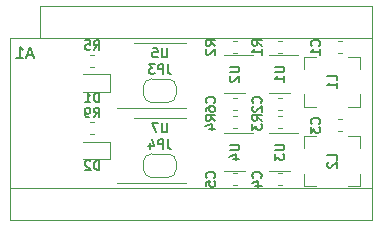
<source format=gbr>
G04 #@! TF.GenerationSoftware,KiCad,Pcbnew,5.1.5+dfsg1-2build2*
G04 #@! TF.CreationDate,2021-03-15T22:19:43+01:00*
G04 #@! TF.ProjectId,ProMicro_ANA,50726f4d-6963-4726-9f5f-414e412e6b69,v1.2*
G04 #@! TF.SameCoordinates,Original*
G04 #@! TF.FileFunction,Legend,Bot*
G04 #@! TF.FilePolarity,Positive*
%FSLAX46Y46*%
G04 Gerber Fmt 4.6, Leading zero omitted, Abs format (unit mm)*
G04 Created by KiCad*
%MOMM*%
%LPD*%
G04 APERTURE LIST*
%ADD10C,0.120000*%
%ADD11C,0.200000*%
G04 APERTURE END LIST*
D10*
X93280000Y-89265000D02*
X94680000Y-89265000D01*
X95380000Y-88565000D02*
X95380000Y-87965000D01*
X94680000Y-87265000D02*
X93280000Y-87265000D01*
X92580000Y-87965000D02*
X92580000Y-88565000D01*
X92580000Y-88565000D02*
G75*
G03X93280000Y-89265000I700000J0D01*
G01*
X93280000Y-87265000D02*
G75*
G03X92580000Y-87965000I0J-700000D01*
G01*
X95380000Y-87965000D02*
G75*
G03X94680000Y-87265000I-700000J0D01*
G01*
X94680000Y-89265000D02*
G75*
G03X95380000Y-88565000I0J700000D01*
G01*
X93280000Y-82915000D02*
X94680000Y-82915000D01*
X95380000Y-82215000D02*
X95380000Y-81615000D01*
X94680000Y-80915000D02*
X93280000Y-80915000D01*
X92580000Y-81615000D02*
X92580000Y-82215000D01*
X92580000Y-82215000D02*
G75*
G03X93280000Y-82915000I700000J0D01*
G01*
X93280000Y-80915000D02*
G75*
G03X92580000Y-81615000I0J-700000D01*
G01*
X95380000Y-81615000D02*
G75*
G03X94680000Y-80915000I-700000J0D01*
G01*
X94680000Y-82915000D02*
G75*
G03X95380000Y-82215000I0J700000D01*
G01*
X100492779Y-89918000D02*
X100167221Y-89918000D01*
X100492779Y-88898000D02*
X100167221Y-88898000D01*
X100492779Y-83568000D02*
X100167221Y-83568000D01*
X100492779Y-82548000D02*
X100167221Y-82548000D01*
X81280000Y-92860000D02*
X81280000Y-77470000D01*
X111910000Y-92860000D02*
X81280000Y-92860000D01*
X111910000Y-74780000D02*
X111910000Y-92860000D01*
X81280000Y-77470000D02*
X111910000Y-77470000D01*
X83820000Y-77470000D02*
X83820000Y-74780000D01*
X81280000Y-90170000D02*
X111910000Y-90170000D01*
X83820000Y-74780000D02*
X111910000Y-74780000D01*
X110970000Y-89994000D02*
X109945000Y-89994000D01*
X106200000Y-89994000D02*
X107225000Y-89994000D01*
X110970000Y-89994000D02*
X110970000Y-88969000D01*
X106200000Y-89994000D02*
X106200000Y-88969000D01*
X106200000Y-85774000D02*
X106200000Y-86799000D01*
X106200000Y-85774000D02*
X107225000Y-85774000D01*
X110970000Y-85774000D02*
X109945000Y-85774000D01*
X110970000Y-85774000D02*
X110970000Y-86799000D01*
X110970000Y-83263000D02*
X109945000Y-83263000D01*
X106200000Y-83263000D02*
X107225000Y-83263000D01*
X110970000Y-83263000D02*
X110970000Y-82238000D01*
X106200000Y-83263000D02*
X106200000Y-82238000D01*
X106200000Y-79043000D02*
X106200000Y-80068000D01*
X106200000Y-79043000D02*
X107225000Y-79043000D01*
X110970000Y-79043000D02*
X109945000Y-79043000D01*
X110970000Y-79043000D02*
X110970000Y-80068000D01*
X103977221Y-88898000D02*
X104302779Y-88898000D01*
X103977221Y-89918000D02*
X104302779Y-89918000D01*
X103977221Y-82548000D02*
X104302779Y-82548000D01*
X103977221Y-83568000D02*
X104302779Y-83568000D01*
X109057221Y-84326000D02*
X109382779Y-84326000D01*
X109057221Y-85346000D02*
X109382779Y-85346000D01*
X109057221Y-77722000D02*
X109382779Y-77722000D01*
X109057221Y-78742000D02*
X109382779Y-78742000D01*
X99430000Y-85512000D02*
X101880000Y-85512000D01*
X101230000Y-88732000D02*
X99430000Y-88732000D01*
X99430000Y-78908000D02*
X101880000Y-78908000D01*
X101230000Y-82128000D02*
X99430000Y-82128000D01*
X103240000Y-85512000D02*
X105690000Y-85512000D01*
X105040000Y-88732000D02*
X103240000Y-88732000D01*
X103240000Y-78908000D02*
X105690000Y-78908000D01*
X105040000Y-82128000D02*
X103240000Y-82128000D01*
X100167221Y-84072000D02*
X100492779Y-84072000D01*
X100167221Y-85092000D02*
X100492779Y-85092000D01*
X103977221Y-84072000D02*
X104302779Y-84072000D01*
X103977221Y-85092000D02*
X104302779Y-85092000D01*
X100167221Y-77722000D02*
X100492779Y-77722000D01*
X100167221Y-78742000D02*
X100492779Y-78742000D01*
X103977221Y-77722000D02*
X104302779Y-77722000D01*
X103977221Y-78742000D02*
X104302779Y-78742000D01*
X89750000Y-87730000D02*
X87465000Y-87730000D01*
X89750000Y-86260000D02*
X89750000Y-87730000D01*
X87465000Y-86260000D02*
X89750000Y-86260000D01*
X89750000Y-82015000D02*
X87465000Y-82015000D01*
X89750000Y-80545000D02*
X89750000Y-82015000D01*
X87465000Y-80545000D02*
X89750000Y-80545000D01*
X88102221Y-84580000D02*
X88427779Y-84580000D01*
X88102221Y-85600000D02*
X88427779Y-85600000D01*
X88102221Y-78865000D02*
X88427779Y-78865000D01*
X88102221Y-79885000D02*
X88427779Y-79885000D01*
X93980000Y-89730000D02*
X90380000Y-89730000D01*
X93980000Y-89730000D02*
X96180000Y-89730000D01*
X93980000Y-84260000D02*
X91780000Y-84260000D01*
X93980000Y-84260000D02*
X96180000Y-84260000D01*
X93980000Y-83380000D02*
X90380000Y-83380000D01*
X93980000Y-83380000D02*
X96180000Y-83380000D01*
X93980000Y-77910000D02*
X91780000Y-77910000D01*
X93980000Y-77910000D02*
X96180000Y-77910000D01*
D11*
X94646666Y-86048904D02*
X94646666Y-86620333D01*
X94684761Y-86734619D01*
X94760952Y-86810809D01*
X94875238Y-86848904D01*
X94951428Y-86848904D01*
X94265714Y-86848904D02*
X94265714Y-86048904D01*
X93960952Y-86048904D01*
X93884761Y-86087000D01*
X93846666Y-86125095D01*
X93808571Y-86201285D01*
X93808571Y-86315571D01*
X93846666Y-86391761D01*
X93884761Y-86429857D01*
X93960952Y-86467952D01*
X94265714Y-86467952D01*
X93122857Y-86315571D02*
X93122857Y-86848904D01*
X93313333Y-86010809D02*
X93503809Y-86582238D01*
X93008571Y-86582238D01*
X94646666Y-79698904D02*
X94646666Y-80270333D01*
X94684761Y-80384619D01*
X94760952Y-80460809D01*
X94875238Y-80498904D01*
X94951428Y-80498904D01*
X94265714Y-80498904D02*
X94265714Y-79698904D01*
X93960952Y-79698904D01*
X93884761Y-79737000D01*
X93846666Y-79775095D01*
X93808571Y-79851285D01*
X93808571Y-79965571D01*
X93846666Y-80041761D01*
X93884761Y-80079857D01*
X93960952Y-80117952D01*
X94265714Y-80117952D01*
X93541904Y-79698904D02*
X93046666Y-79698904D01*
X93313333Y-80003666D01*
X93199047Y-80003666D01*
X93122857Y-80041761D01*
X93084761Y-80079857D01*
X93046666Y-80156047D01*
X93046666Y-80346523D01*
X93084761Y-80422714D01*
X93122857Y-80460809D01*
X93199047Y-80498904D01*
X93427619Y-80498904D01*
X93503809Y-80460809D01*
X93541904Y-80422714D01*
X98583714Y-89274666D02*
X98621809Y-89236571D01*
X98659904Y-89122285D01*
X98659904Y-89046095D01*
X98621809Y-88931809D01*
X98545619Y-88855619D01*
X98469428Y-88817523D01*
X98317047Y-88779428D01*
X98202761Y-88779428D01*
X98050380Y-88817523D01*
X97974190Y-88855619D01*
X97898000Y-88931809D01*
X97859904Y-89046095D01*
X97859904Y-89122285D01*
X97898000Y-89236571D01*
X97936095Y-89274666D01*
X97859904Y-89998476D02*
X97859904Y-89617523D01*
X98240857Y-89579428D01*
X98202761Y-89617523D01*
X98164666Y-89693714D01*
X98164666Y-89884190D01*
X98202761Y-89960380D01*
X98240857Y-89998476D01*
X98317047Y-90036571D01*
X98507523Y-90036571D01*
X98583714Y-89998476D01*
X98621809Y-89960380D01*
X98659904Y-89884190D01*
X98659904Y-89693714D01*
X98621809Y-89617523D01*
X98583714Y-89579428D01*
X98583714Y-82924666D02*
X98621809Y-82886571D01*
X98659904Y-82772285D01*
X98659904Y-82696095D01*
X98621809Y-82581809D01*
X98545619Y-82505619D01*
X98469428Y-82467523D01*
X98317047Y-82429428D01*
X98202761Y-82429428D01*
X98050380Y-82467523D01*
X97974190Y-82505619D01*
X97898000Y-82581809D01*
X97859904Y-82696095D01*
X97859904Y-82772285D01*
X97898000Y-82886571D01*
X97936095Y-82924666D01*
X97859904Y-83610380D02*
X97859904Y-83458000D01*
X97898000Y-83381809D01*
X97936095Y-83343714D01*
X98050380Y-83267523D01*
X98202761Y-83229428D01*
X98507523Y-83229428D01*
X98583714Y-83267523D01*
X98621809Y-83305619D01*
X98659904Y-83381809D01*
X98659904Y-83534190D01*
X98621809Y-83610380D01*
X98583714Y-83648476D01*
X98507523Y-83686571D01*
X98317047Y-83686571D01*
X98240857Y-83648476D01*
X98202761Y-83610380D01*
X98164666Y-83534190D01*
X98164666Y-83381809D01*
X98202761Y-83305619D01*
X98240857Y-83267523D01*
X98317047Y-83229428D01*
X83264285Y-78906666D02*
X82788095Y-78906666D01*
X83359523Y-79192380D02*
X83026190Y-78192380D01*
X82692857Y-79192380D01*
X81835714Y-79192380D02*
X82407142Y-79192380D01*
X82121428Y-79192380D02*
X82121428Y-78192380D01*
X82216666Y-78335238D01*
X82311904Y-78430476D01*
X82407142Y-78478095D01*
X108946904Y-87750666D02*
X108946904Y-87369714D01*
X108146904Y-87369714D01*
X108223095Y-87979238D02*
X108185000Y-88017333D01*
X108146904Y-88093523D01*
X108146904Y-88284000D01*
X108185000Y-88360190D01*
X108223095Y-88398285D01*
X108299285Y-88436380D01*
X108375476Y-88436380D01*
X108489761Y-88398285D01*
X108946904Y-87941142D01*
X108946904Y-88436380D01*
X108946904Y-81019666D02*
X108946904Y-80638714D01*
X108146904Y-80638714D01*
X108946904Y-81705380D02*
X108946904Y-81248238D01*
X108946904Y-81476809D02*
X108146904Y-81476809D01*
X108261190Y-81400619D01*
X108337380Y-81324428D01*
X108375476Y-81248238D01*
X102520714Y-89274666D02*
X102558809Y-89236571D01*
X102596904Y-89122285D01*
X102596904Y-89046095D01*
X102558809Y-88931809D01*
X102482619Y-88855619D01*
X102406428Y-88817523D01*
X102254047Y-88779428D01*
X102139761Y-88779428D01*
X101987380Y-88817523D01*
X101911190Y-88855619D01*
X101835000Y-88931809D01*
X101796904Y-89046095D01*
X101796904Y-89122285D01*
X101835000Y-89236571D01*
X101873095Y-89274666D01*
X102063571Y-89960380D02*
X102596904Y-89960380D01*
X101758809Y-89769904D02*
X102330238Y-89579428D01*
X102330238Y-90074666D01*
X102520714Y-82924666D02*
X102558809Y-82886571D01*
X102596904Y-82772285D01*
X102596904Y-82696095D01*
X102558809Y-82581809D01*
X102482619Y-82505619D01*
X102406428Y-82467523D01*
X102254047Y-82429428D01*
X102139761Y-82429428D01*
X101987380Y-82467523D01*
X101911190Y-82505619D01*
X101835000Y-82581809D01*
X101796904Y-82696095D01*
X101796904Y-82772285D01*
X101835000Y-82886571D01*
X101873095Y-82924666D01*
X101873095Y-83229428D02*
X101835000Y-83267523D01*
X101796904Y-83343714D01*
X101796904Y-83534190D01*
X101835000Y-83610380D01*
X101873095Y-83648476D01*
X101949285Y-83686571D01*
X102025476Y-83686571D01*
X102139761Y-83648476D01*
X102596904Y-83191333D01*
X102596904Y-83686571D01*
X107473714Y-84702666D02*
X107511809Y-84664571D01*
X107549904Y-84550285D01*
X107549904Y-84474095D01*
X107511809Y-84359809D01*
X107435619Y-84283619D01*
X107359428Y-84245523D01*
X107207047Y-84207428D01*
X107092761Y-84207428D01*
X106940380Y-84245523D01*
X106864190Y-84283619D01*
X106788000Y-84359809D01*
X106749904Y-84474095D01*
X106749904Y-84550285D01*
X106788000Y-84664571D01*
X106826095Y-84702666D01*
X106749904Y-84969333D02*
X106749904Y-85464571D01*
X107054666Y-85197904D01*
X107054666Y-85312190D01*
X107092761Y-85388380D01*
X107130857Y-85426476D01*
X107207047Y-85464571D01*
X107397523Y-85464571D01*
X107473714Y-85426476D01*
X107511809Y-85388380D01*
X107549904Y-85312190D01*
X107549904Y-85083619D01*
X107511809Y-85007428D01*
X107473714Y-84969333D01*
X107473714Y-78098666D02*
X107511809Y-78060571D01*
X107549904Y-77946285D01*
X107549904Y-77870095D01*
X107511809Y-77755809D01*
X107435619Y-77679619D01*
X107359428Y-77641523D01*
X107207047Y-77603428D01*
X107092761Y-77603428D01*
X106940380Y-77641523D01*
X106864190Y-77679619D01*
X106788000Y-77755809D01*
X106749904Y-77870095D01*
X106749904Y-77946285D01*
X106788000Y-78060571D01*
X106826095Y-78098666D01*
X107549904Y-78860571D02*
X107549904Y-78403428D01*
X107549904Y-78632000D02*
X106749904Y-78632000D01*
X106864190Y-78555809D01*
X106940380Y-78479619D01*
X106978476Y-78403428D01*
X99891904Y-86512476D02*
X100539523Y-86512476D01*
X100615714Y-86550571D01*
X100653809Y-86588666D01*
X100691904Y-86664857D01*
X100691904Y-86817238D01*
X100653809Y-86893428D01*
X100615714Y-86931523D01*
X100539523Y-86969619D01*
X99891904Y-86969619D01*
X100158571Y-87693428D02*
X100691904Y-87693428D01*
X99853809Y-87502952D02*
X100425238Y-87312476D01*
X100425238Y-87807714D01*
X99891904Y-79908476D02*
X100539523Y-79908476D01*
X100615714Y-79946571D01*
X100653809Y-79984666D01*
X100691904Y-80060857D01*
X100691904Y-80213238D01*
X100653809Y-80289428D01*
X100615714Y-80327523D01*
X100539523Y-80365619D01*
X99891904Y-80365619D01*
X99968095Y-80708476D02*
X99930000Y-80746571D01*
X99891904Y-80822761D01*
X99891904Y-81013238D01*
X99930000Y-81089428D01*
X99968095Y-81127523D01*
X100044285Y-81165619D01*
X100120476Y-81165619D01*
X100234761Y-81127523D01*
X100691904Y-80670380D01*
X100691904Y-81165619D01*
X103701904Y-86512476D02*
X104349523Y-86512476D01*
X104425714Y-86550571D01*
X104463809Y-86588666D01*
X104501904Y-86664857D01*
X104501904Y-86817238D01*
X104463809Y-86893428D01*
X104425714Y-86931523D01*
X104349523Y-86969619D01*
X103701904Y-86969619D01*
X103701904Y-87274380D02*
X103701904Y-87769619D01*
X104006666Y-87502952D01*
X104006666Y-87617238D01*
X104044761Y-87693428D01*
X104082857Y-87731523D01*
X104159047Y-87769619D01*
X104349523Y-87769619D01*
X104425714Y-87731523D01*
X104463809Y-87693428D01*
X104501904Y-87617238D01*
X104501904Y-87388666D01*
X104463809Y-87312476D01*
X104425714Y-87274380D01*
X103701904Y-79908476D02*
X104349523Y-79908476D01*
X104425714Y-79946571D01*
X104463809Y-79984666D01*
X104501904Y-80060857D01*
X104501904Y-80213238D01*
X104463809Y-80289428D01*
X104425714Y-80327523D01*
X104349523Y-80365619D01*
X103701904Y-80365619D01*
X104501904Y-81165619D02*
X104501904Y-80708476D01*
X104501904Y-80937047D02*
X103701904Y-80937047D01*
X103816190Y-80860857D01*
X103892380Y-80784666D01*
X103930476Y-80708476D01*
X98659904Y-84448666D02*
X98278952Y-84182000D01*
X98659904Y-83991523D02*
X97859904Y-83991523D01*
X97859904Y-84296285D01*
X97898000Y-84372476D01*
X97936095Y-84410571D01*
X98012285Y-84448666D01*
X98126571Y-84448666D01*
X98202761Y-84410571D01*
X98240857Y-84372476D01*
X98278952Y-84296285D01*
X98278952Y-83991523D01*
X98126571Y-85134380D02*
X98659904Y-85134380D01*
X97821809Y-84943904D02*
X98393238Y-84753428D01*
X98393238Y-85248666D01*
X102596904Y-84448666D02*
X102215952Y-84182000D01*
X102596904Y-83991523D02*
X101796904Y-83991523D01*
X101796904Y-84296285D01*
X101835000Y-84372476D01*
X101873095Y-84410571D01*
X101949285Y-84448666D01*
X102063571Y-84448666D01*
X102139761Y-84410571D01*
X102177857Y-84372476D01*
X102215952Y-84296285D01*
X102215952Y-83991523D01*
X101796904Y-84715333D02*
X101796904Y-85210571D01*
X102101666Y-84943904D01*
X102101666Y-85058190D01*
X102139761Y-85134380D01*
X102177857Y-85172476D01*
X102254047Y-85210571D01*
X102444523Y-85210571D01*
X102520714Y-85172476D01*
X102558809Y-85134380D01*
X102596904Y-85058190D01*
X102596904Y-84829619D01*
X102558809Y-84753428D01*
X102520714Y-84715333D01*
X98659904Y-78098666D02*
X98278952Y-77832000D01*
X98659904Y-77641523D02*
X97859904Y-77641523D01*
X97859904Y-77946285D01*
X97898000Y-78022476D01*
X97936095Y-78060571D01*
X98012285Y-78098666D01*
X98126571Y-78098666D01*
X98202761Y-78060571D01*
X98240857Y-78022476D01*
X98278952Y-77946285D01*
X98278952Y-77641523D01*
X97936095Y-78403428D02*
X97898000Y-78441523D01*
X97859904Y-78517714D01*
X97859904Y-78708190D01*
X97898000Y-78784380D01*
X97936095Y-78822476D01*
X98012285Y-78860571D01*
X98088476Y-78860571D01*
X98202761Y-78822476D01*
X98659904Y-78365333D01*
X98659904Y-78860571D01*
X102596904Y-78098666D02*
X102215952Y-77832000D01*
X102596904Y-77641523D02*
X101796904Y-77641523D01*
X101796904Y-77946285D01*
X101835000Y-78022476D01*
X101873095Y-78060571D01*
X101949285Y-78098666D01*
X102063571Y-78098666D01*
X102139761Y-78060571D01*
X102177857Y-78022476D01*
X102215952Y-77946285D01*
X102215952Y-77641523D01*
X102596904Y-78860571D02*
X102596904Y-78403428D01*
X102596904Y-78632000D02*
X101796904Y-78632000D01*
X101911190Y-78555809D01*
X101987380Y-78479619D01*
X102025476Y-78403428D01*
X88855476Y-88626904D02*
X88855476Y-87826904D01*
X88665000Y-87826904D01*
X88550714Y-87865000D01*
X88474523Y-87941190D01*
X88436428Y-88017380D01*
X88398333Y-88169761D01*
X88398333Y-88284047D01*
X88436428Y-88436428D01*
X88474523Y-88512619D01*
X88550714Y-88588809D01*
X88665000Y-88626904D01*
X88855476Y-88626904D01*
X88093571Y-87903095D02*
X88055476Y-87865000D01*
X87979285Y-87826904D01*
X87788809Y-87826904D01*
X87712619Y-87865000D01*
X87674523Y-87903095D01*
X87636428Y-87979285D01*
X87636428Y-88055476D01*
X87674523Y-88169761D01*
X88131666Y-88626904D01*
X87636428Y-88626904D01*
X88855476Y-82911904D02*
X88855476Y-82111904D01*
X88665000Y-82111904D01*
X88550714Y-82150000D01*
X88474523Y-82226190D01*
X88436428Y-82302380D01*
X88398333Y-82454761D01*
X88398333Y-82569047D01*
X88436428Y-82721428D01*
X88474523Y-82797619D01*
X88550714Y-82873809D01*
X88665000Y-82911904D01*
X88855476Y-82911904D01*
X87636428Y-82911904D02*
X88093571Y-82911904D01*
X87865000Y-82911904D02*
X87865000Y-82111904D01*
X87941190Y-82226190D01*
X88017380Y-82302380D01*
X88093571Y-82340476D01*
X88398333Y-84181904D02*
X88665000Y-83800952D01*
X88855476Y-84181904D02*
X88855476Y-83381904D01*
X88550714Y-83381904D01*
X88474523Y-83420000D01*
X88436428Y-83458095D01*
X88398333Y-83534285D01*
X88398333Y-83648571D01*
X88436428Y-83724761D01*
X88474523Y-83762857D01*
X88550714Y-83800952D01*
X88855476Y-83800952D01*
X88017380Y-84181904D02*
X87865000Y-84181904D01*
X87788809Y-84143809D01*
X87750714Y-84105714D01*
X87674523Y-83991428D01*
X87636428Y-83839047D01*
X87636428Y-83534285D01*
X87674523Y-83458095D01*
X87712619Y-83420000D01*
X87788809Y-83381904D01*
X87941190Y-83381904D01*
X88017380Y-83420000D01*
X88055476Y-83458095D01*
X88093571Y-83534285D01*
X88093571Y-83724761D01*
X88055476Y-83800952D01*
X88017380Y-83839047D01*
X87941190Y-83877142D01*
X87788809Y-83877142D01*
X87712619Y-83839047D01*
X87674523Y-83800952D01*
X87636428Y-83724761D01*
X88398333Y-78466904D02*
X88665000Y-78085952D01*
X88855476Y-78466904D02*
X88855476Y-77666904D01*
X88550714Y-77666904D01*
X88474523Y-77705000D01*
X88436428Y-77743095D01*
X88398333Y-77819285D01*
X88398333Y-77933571D01*
X88436428Y-78009761D01*
X88474523Y-78047857D01*
X88550714Y-78085952D01*
X88855476Y-78085952D01*
X87674523Y-77666904D02*
X88055476Y-77666904D01*
X88093571Y-78047857D01*
X88055476Y-78009761D01*
X87979285Y-77971666D01*
X87788809Y-77971666D01*
X87712619Y-78009761D01*
X87674523Y-78047857D01*
X87636428Y-78124047D01*
X87636428Y-78314523D01*
X87674523Y-78390714D01*
X87712619Y-78428809D01*
X87788809Y-78466904D01*
X87979285Y-78466904D01*
X88055476Y-78428809D01*
X88093571Y-78390714D01*
X94589523Y-84651904D02*
X94589523Y-85299523D01*
X94551428Y-85375714D01*
X94513333Y-85413809D01*
X94437142Y-85451904D01*
X94284761Y-85451904D01*
X94208571Y-85413809D01*
X94170476Y-85375714D01*
X94132380Y-85299523D01*
X94132380Y-84651904D01*
X93827619Y-84651904D02*
X93294285Y-84651904D01*
X93637142Y-85451904D01*
X94589523Y-78301904D02*
X94589523Y-78949523D01*
X94551428Y-79025714D01*
X94513333Y-79063809D01*
X94437142Y-79101904D01*
X94284761Y-79101904D01*
X94208571Y-79063809D01*
X94170476Y-79025714D01*
X94132380Y-78949523D01*
X94132380Y-78301904D01*
X93370476Y-78301904D02*
X93751428Y-78301904D01*
X93789523Y-78682857D01*
X93751428Y-78644761D01*
X93675238Y-78606666D01*
X93484761Y-78606666D01*
X93408571Y-78644761D01*
X93370476Y-78682857D01*
X93332380Y-78759047D01*
X93332380Y-78949523D01*
X93370476Y-79025714D01*
X93408571Y-79063809D01*
X93484761Y-79101904D01*
X93675238Y-79101904D01*
X93751428Y-79063809D01*
X93789523Y-79025714D01*
M02*

</source>
